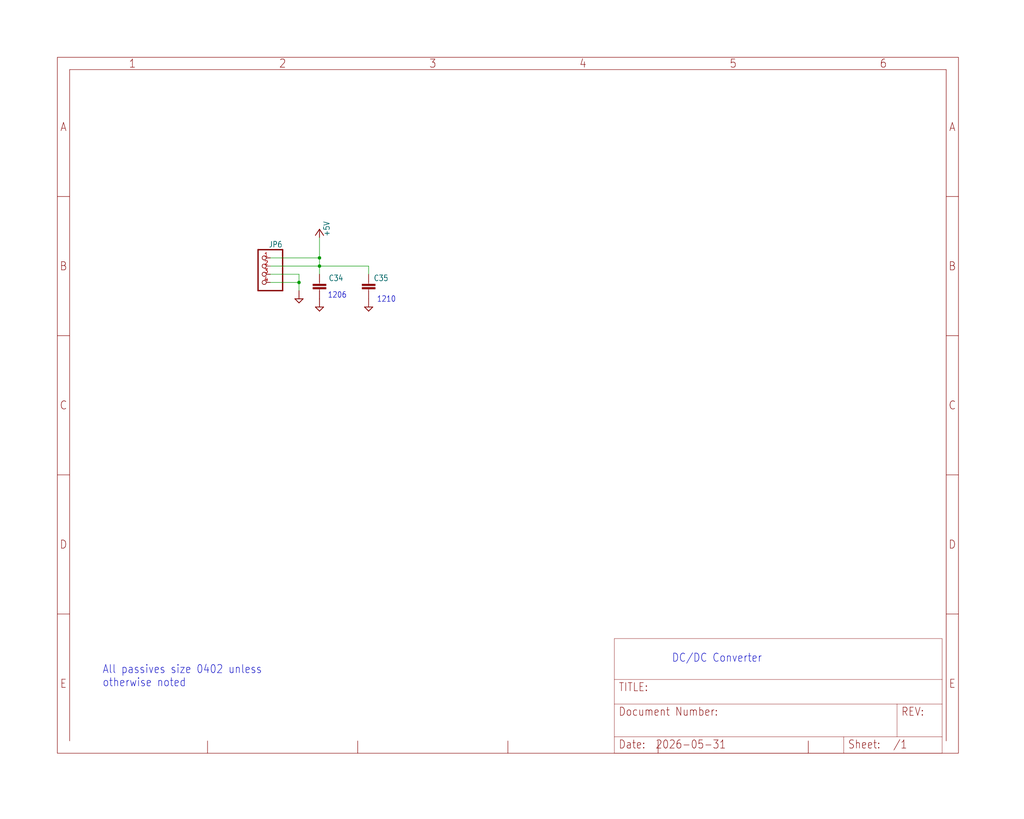
<source format=kicad_sch>
(kicad_sch (version 20231120) (generator "eeschema") (generator_version "8.0")
  (paper "User" 317.5 254.127)
  (lib_symbols
    (symbol "Bidirectional_Amp-eagle-import:+5V" (power)
      (symbol "+5V_1_0"
        (polyline (pts (xy 0 0) (xy -1.27 -1.905)) (stroke (width 0.254)))
        (polyline (pts (xy 1.27 -1.905) (xy 0 0)) (stroke (width 0.254)))
        (pin power_in line (at 0 -2.54 90) (length 2.54) (name "+5V") (number "1"))
      )
    )
    (symbol "Bidirectional_Amp-eagle-import:C-EUC1206"
      (property "Reference" "C" (at 1.524 0.381 0))
      (symbol "C-EUC1206_1_0"
        (rectangle (start -2.032 -2.032) (end 2.032 -1.524) (fill (type outline)))
        (rectangle (start -2.032 -1.016) (end 2.032 -0.508) (fill (type outline)))
        (polyline (pts (xy 0 -2.54) (xy 0 -2.032)) (stroke (width 0.1524)))
        (polyline (pts (xy 0 0) (xy 0 -0.508)) (stroke (width 0.1524)))
        (pin passive line (at 0 2.54 270) (length 2.54) (name "1") (number "1"))
        (pin passive line (at 0 -5.08 90) (length 2.54) (name "2") (number "2"))
      )
    )
    (symbol "Bidirectional_Amp-eagle-import:C-EUC1210"
      (property "Reference" "C" (at 1.524 0.381 0))
      (symbol "C-EUC1210_1_0"
        (rectangle (start -2.032 -2.032) (end 2.032 -1.524) (fill (type outline)))
        (rectangle (start -2.032 -1.016) (end 2.032 -0.508) (fill (type outline)))
        (polyline (pts (xy 0 -2.54) (xy 0 -2.032)) (stroke (width 0.1524)))
        (polyline (pts (xy 0 0) (xy 0 -0.508)) (stroke (width 0.1524)))
        (pin passive line (at 0 2.54 270) (length 2.54) (name "1") (number "1"))
        (pin passive line (at 0 -5.08 90) (length 2.54) (name "2") (number "2"))
      )
    )
    (symbol "Bidirectional_Amp-eagle-import:FRAME_A_L"
      (symbol "FRAME_A_L_1_0"
        (polyline (pts (xy 0 43.18) (xy 3.81 43.18)))
        (polyline (pts (xy 0 86.36) (xy 3.81 86.36)))
        (polyline (pts (xy 0 129.54) (xy 3.81 129.54)))
        (polyline (pts (xy 0 172.72) (xy 3.81 172.72)))
        (polyline (pts (xy 3.81 3.81) (xy 3.81 212.09)))
        (polyline (pts (xy 46.5667 0) (xy 46.5667 3.81)))
        (polyline (pts (xy 93.1333 0) (xy 93.1333 3.81)))
        (polyline (pts (xy 139.7 0) (xy 139.7 3.81)))
        (polyline (pts (xy 186.2667 0) (xy 186.2667 3.81)))
        (polyline (pts (xy 232.8333 0) (xy 232.8333 3.81)))
        (polyline (pts (xy 275.59 3.81) (xy 275.59 212.09)))
        (polyline (pts (xy 275.59 43.18) (xy 279.4 43.18)))
        (polyline (pts (xy 275.59 86.36) (xy 279.4 86.36)))
        (polyline (pts (xy 275.59 129.54) (xy 279.4 129.54)))
        (polyline (pts (xy 275.59 172.72) (xy 279.4 172.72)))
        (polyline (pts (xy 275.59 212.09) (xy 3.81 212.09)))
        (polyline (pts (xy 0 0) (xy 279.4 0) (xy 279.4 215.9) (xy 0 215.9) (xy 0 0)))
        (text "1" (at 23.2833 213.995 0) (effects (font (size 2.54 2.286))))
        (text "2" (at 69.85 213.995 0) (effects (font (size 2.54 2.286))))
        (text "3" (at 116.4167 213.995 0) (effects (font (size 2.54 2.286))))
        (text "4" (at 162.9833 213.995 0) (effects (font (size 2.54 2.286))))
        (text "5" (at 209.55 213.995 0) (effects (font (size 2.54 2.286))))
        (text "6" (at 256.1167 213.995 0) (effects (font (size 2.54 2.286))))
        (text "A" (at 1.905 194.31 0) (effects (font (size 2.54 2.286))))
        (text "A" (at 277.495 194.31 0) (effects (font (size 2.54 2.286))))
        (text "B" (at 1.905 151.13 0) (effects (font (size 2.54 2.286))))
        (text "B" (at 277.495 151.13 0) (effects (font (size 2.54 2.286))))
        (text "C" (at 1.905 107.95 0) (effects (font (size 2.54 2.286))))
        (text "C" (at 277.495 107.95 0) (effects (font (size 2.54 2.286))))
        (text "D" (at 1.905 64.77 0) (effects (font (size 2.54 2.286))))
        (text "D" (at 277.495 64.77 0) (effects (font (size 2.54 2.286))))
        (text "E" (at 1.905 21.59 0) (effects (font (size 2.54 2.286))))
        (text "E" (at 277.495 21.59 0) (effects (font (size 2.54 2.286))))
      )
      (symbol "FRAME_A_L_2_0"
        (polyline (pts (xy 0 0) (xy 0 5.08)) (stroke (width 0.1016)))
        (polyline (pts (xy 0 0) (xy 71.12 0)) (stroke (width 0.1016)))
        (polyline (pts (xy 0 5.08) (xy 0 15.24)) (stroke (width 0.1016)))
        (polyline (pts (xy 0 5.08) (xy 71.12 5.08)) (stroke (width 0.1016)))
        (polyline (pts (xy 0 15.24) (xy 0 22.86)) (stroke (width 0.1016)))
        (polyline (pts (xy 0 22.86) (xy 0 35.56)) (stroke (width 0.1016)))
        (polyline (pts (xy 0 22.86) (xy 101.6 22.86)) (stroke (width 0.1016)))
        (polyline (pts (xy 71.12 0) (xy 101.6 0)) (stroke (width 0.1016)))
        (polyline (pts (xy 71.12 5.08) (xy 71.12 0)) (stroke (width 0.1016)))
        (polyline (pts (xy 71.12 5.08) (xy 87.63 5.08)) (stroke (width 0.1016)))
        (polyline (pts (xy 87.63 5.08) (xy 101.6 5.08)) (stroke (width 0.1016)))
        (polyline (pts (xy 87.63 15.24) (xy 0 15.24)) (stroke (width 0.1016)))
        (polyline (pts (xy 87.63 15.24) (xy 87.63 5.08)) (stroke (width 0.1016)))
        (polyline (pts (xy 101.6 5.08) (xy 101.6 0)) (stroke (width 0.1016)))
        (polyline (pts (xy 101.6 15.24) (xy 87.63 15.24)) (stroke (width 0.1016)))
        (polyline (pts (xy 101.6 15.24) (xy 101.6 5.08)) (stroke (width 0.1016)))
        (polyline (pts (xy 101.6 22.86) (xy 101.6 15.24)) (stroke (width 0.1016)))
        (polyline (pts (xy 101.6 35.56) (xy 0 35.56)) (stroke (width 0.1016)))
        (polyline (pts (xy 101.6 35.56) (xy 101.6 22.86)) (stroke (width 0.1016)))
        (text "${#}/${##}" (at 86.36 1.27 0) (effects (font (size 2.54 2.159)) (justify left bottom)))
        (text "${CURRENT_DATE}" (at 12.7 1.27 0) (effects (font (size 2.54 2.159)) (justify left bottom)))
        (text "${PROJECTNAME}" (at 17.78 19.05 0) (effects (font (size 2.54 2.159)) (justify left bottom)))
        (text "Date:" (at 1.27 1.27 0) (effects (font (size 2.54 2.159)) (justify left bottom)))
        (text "Document Number:" (at 1.27 11.43 0) (effects (font (size 2.54 2.159)) (justify left bottom)))
        (text "REV:" (at 88.9 11.43 0) (effects (font (size 2.54 2.159)) (justify left bottom)))
        (text "Sheet:" (at 72.39 1.27 0) (effects (font (size 2.54 2.159)) (justify left bottom)))
        (text "TITLE:" (at 1.27 19.05 0) (effects (font (size 2.54 2.159)) (justify left bottom)))
      )
    )
    (symbol "Bidirectional_Amp-eagle-import:GND" (power)
      (symbol "GND_1_0"
        (polyline (pts (xy -1.27 0) (xy 1.27 0)) (stroke (width 0.254)))
        (polyline (pts (xy 0 -1.27) (xy -1.27 0)) (stroke (width 0.254)))
        (polyline (pts (xy 1.27 0) (xy 0 -1.27)) (stroke (width 0.254)))
        (pin power_in line (at 0 2.54 270) (length 2.54) (name "GND") (number "1"))
      )
    )
    (symbol "Bidirectional_Amp-eagle-import:PINHD-1X4"
      (property "Reference" "JP" (at -6.35 8.255 0))
      (symbol "PINHD-1X4_1_0"
        (polyline (pts (xy -6.35 -5.08) (xy 1.27 -5.08)) (stroke (width 0.4064)))
        (polyline (pts (xy -6.35 7.62) (xy -6.35 -5.08)) (stroke (width 0.4064)))
        (polyline (pts (xy 1.27 -5.08) (xy 1.27 7.62)) (stroke (width 0.4064)))
        (polyline (pts (xy 1.27 7.62) (xy -6.35 7.62)) (stroke (width 0.4064)))
        (pin passive inverted (at -2.54 5.08 0) (length 2.54) (name "1") (number "1"))
        (pin passive inverted (at -2.54 2.54 0) (length 2.54) (name "2") (number "2"))
        (pin passive inverted (at -2.54 0 0) (length 2.54) (name "3") (number "3"))
        (pin passive inverted (at -2.54 -2.54 0) (length 2.54) (name "4") (number "4"))
      )
    )
  )
  (junction (at 99.06 80.01))
  (junction (at 92.71 87.63))
  (junction (at 99.06 82.55))
  (wire (pts (xy 83.82 82.55) (xy 99.06 82.55)) (stroke (width 0.1524)))
  (wire (pts (xy 99.06 80.01) (xy 99.06 73.66)) (stroke (width 0.1524)))
  (wire (pts (xy 83.82 87.63) (xy 92.71 87.63)) (stroke (width 0.1524)))
  (wire (pts (xy 83.82 85.09) (xy 92.71 85.09)) (stroke (width 0.1524)))
  (wire (pts (xy 114.3 82.55) (xy 99.06 82.55)) (stroke (width 0.1524)))
  (wire (pts (xy 92.71 87.63) (xy 92.71 90.17)) (stroke (width 0.1524)))
  (wire (pts (xy 83.82 80.01) (xy 99.06 80.01)) (stroke (width 0.1524)))
  (wire (pts (xy 92.71 85.09) (xy 92.71 87.63)) (stroke (width 0.1524)))
  (wire (pts (xy 99.06 82.55) (xy 99.06 80.01)) (stroke (width 0.1524)))
  (wire (pts (xy 99.06 85.09) (xy 99.06 82.55)) (stroke (width 0.1524)))
  (wire (pts (xy 114.3 85.09) (xy 114.3 82.55)) (stroke (width 0.1524)))
  (text "All passives size 0402 unless\notherwise noted" (at 31.75 213.36 0) (effects (font (size 2.54 2.159)) (justify left bottom)))
  (text "1210" (at 116.84 93.98 0) (effects (font (size 1.778 1.5113)) (justify left bottom)))
  (text "DC/DC Converter" (at 208.28 205.74 0) (effects (font (size 2.54 2.159)) (justify left bottom)))
  (text "1206" (at 101.6 92.71 0) (effects (font (size 1.778 1.5113)) (justify left bottom)))
  (symbol (lib_id "Bidirectional_Amp-eagle-import:PINHD-1X4") (at 81.28 85.09 0) (mirror y) (unit 1)
    (property "Reference" "JP6" (at 87.63 76.835 0) (effects (font (size 1.778 1.5113)) (justify left bottom)))
    (property "Value" "PINHD-1X4" (effects (hide yes)))
    (property "Footprint" "Bidirectional_Amp:1X04" (effects (hide yes)))
  )
  (symbol (lib_id "Bidirectional_Amp-eagle-import:GND") (at 92.71 92.71 0) (unit 1)
    (property "Reference" "#SUPPLY108" (effects (hide yes)))
    (property "Value" "GND" (effects (hide yes)))
  )
  (symbol (lib_id "Bidirectional_Amp-eagle-import:+5V") (at 99.06 71.12 0) (unit 1)
    (property "Reference" "#P+15" (effects (hide yes)))
    (property "Value" "+5V" (at 100.33 68.58 90) (effects (font (size 1.778 1.5113)) (justify right top)))
  )
  (symbol (lib_id "Bidirectional_Amp-eagle-import:C-EUC1210") (at 114.3 87.63 0) (unit 1)
    (property "Reference" "C35" (at 115.824 87.249 0) (effects (font (size 1.778 1.5113)) (justify left bottom)))
    (property "Value" "C-EUC1210" (effects (hide yes)))
    (property "Footprint" "Bidirectional_Amp:C1210" (effects (hide yes)))
    (property "MFR" "Murata" (effects (hide yes)))
    (property "MPN" "GCJ32ER71C226KE01L" (effects (hide yes)))
  )
  (symbol (lib_id "Bidirectional_Amp-eagle-import:FRAME_A_L") (at 17.78 233.68 0) (unit 1)
    (property "Reference" "#FRAME6" (effects (hide yes)))
    (property "Value" "FRAME_A_L" (effects (hide yes)))
  )
  (symbol (lib_id "Bidirectional_Amp-eagle-import:C-EUC1206") (at 99.06 87.63 0) (unit 1)
    (property "Reference" "C34" (at 101.854 87.249 0) (effects (font (size 1.778 1.5113)) (justify left bottom)))
    (property "Value" "C-EUC1206" (effects (hide yes)))
    (property "Footprint" "Bidirectional_Amp:C1206" (effects (hide yes)))
    (property "MFR" "Murata" (effects (hide yes)))
    (property "MPN" "GCJ31CR71C475KA01L" (effects (hide yes)))
    (property "SIZE" "1206" (effects (hide yes)))
    (property "VOLTAGE" "16V" (effects (hide yes)))
  )
  (symbol (lib_id "Bidirectional_Amp-eagle-import:GND") (at 99.06 95.25 0) (unit 1)
    (property "Reference" "#SUPPLY106" (effects (hide yes)))
    (property "Value" "GND" (effects (hide yes)))
  )
  (symbol (lib_id "Bidirectional_Amp-eagle-import:GND") (at 114.3 95.25 0) (unit 1)
    (property "Reference" "#SUPPLY107" (effects (hide yes)))
    (property "Value" "GND" (effects (hide yes)))
  )
  (symbol (lib_id "Bidirectional_Amp-eagle-import:FRAME_A_L") (at 190.5 233.68 0) (unit 2)
    (property "Reference" "#FRAME6" (effects (hide yes)))
    (property "Value" "FRAME_A_L" (effects (hide yes)))
  )
)
</source>
